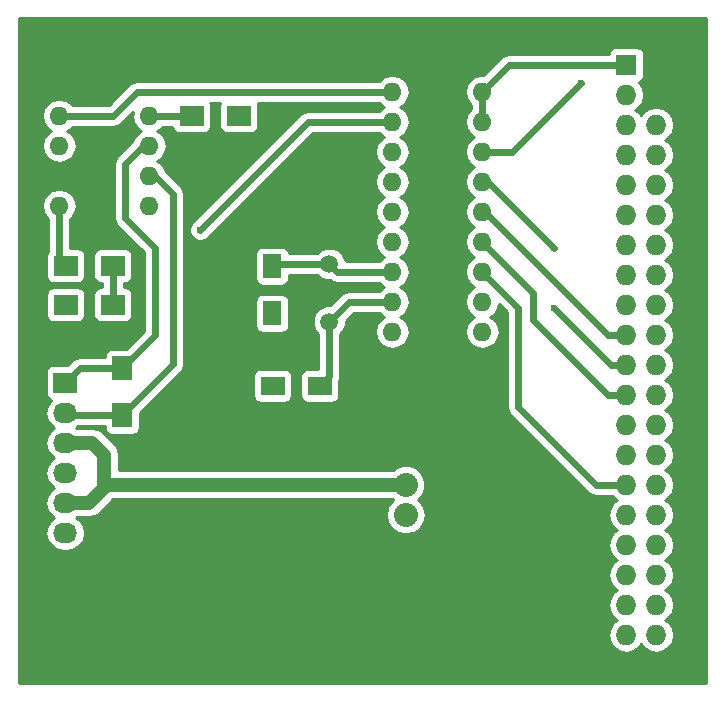
<source format=gbr>
G04 #@! TF.FileFunction,Copper,L1,Top,Signal*
%FSLAX46Y46*%
G04 Gerber Fmt 4.6, Leading zero omitted, Abs format (unit mm)*
G04 Created by KiCad (PCBNEW 4.0.1-3.201512221402+6198~38~ubuntu14.04.1-stable) date Fri 08 Jan 2016 09:21:13 PM CST*
%MOMM*%
G01*
G04 APERTURE LIST*
%ADD10C,0.100000*%
%ADD11R,1.600000X2.000000*%
%ADD12R,2.000000X1.600000*%
%ADD13R,2.032000X1.727200*%
%ADD14O,2.032000X1.727200*%
%ADD15R,1.727200X1.727200*%
%ADD16O,1.727200X1.727200*%
%ADD17R,2.000000X1.700000*%
%ADD18R,1.700000X2.000000*%
%ADD19C,2.032000*%
%ADD20O,2.032000X2.032000*%
%ADD21O,1.600000X1.600000*%
%ADD22C,1.501140*%
%ADD23C,0.600000*%
%ADD24C,0.600000*%
%ADD25C,0.250000*%
%ADD26C,1.200000*%
%ADD27C,0.254000*%
G04 APERTURE END LIST*
D10*
D11*
X144780000Y-118904000D03*
X144780000Y-122904000D03*
D12*
X148812000Y-129032000D03*
X144812000Y-129032000D03*
D13*
X127254000Y-128778000D03*
D14*
X127254000Y-131318000D03*
X127254000Y-133858000D03*
X127254000Y-136398000D03*
X127254000Y-138938000D03*
X127254000Y-141478000D03*
D15*
X174752000Y-101854000D03*
D16*
X177292000Y-101854000D03*
X174752000Y-104394000D03*
X177292000Y-104394000D03*
X174752000Y-106934000D03*
X177292000Y-106934000D03*
X174752000Y-109474000D03*
X177292000Y-109474000D03*
X174752000Y-112014000D03*
X177292000Y-112014000D03*
X174752000Y-114554000D03*
X177292000Y-114554000D03*
X174752000Y-117094000D03*
X177292000Y-117094000D03*
X174752000Y-119634000D03*
X177292000Y-119634000D03*
X174752000Y-122174000D03*
X177292000Y-122174000D03*
X174752000Y-124714000D03*
X177292000Y-124714000D03*
X174752000Y-127254000D03*
X177292000Y-127254000D03*
X174752000Y-129794000D03*
X177292000Y-129794000D03*
X174752000Y-132334000D03*
X177292000Y-132334000D03*
X174752000Y-134874000D03*
X177292000Y-134874000D03*
X174752000Y-137414000D03*
X177292000Y-137414000D03*
X174752000Y-139954000D03*
X177292000Y-139954000D03*
X174752000Y-142494000D03*
X177292000Y-142494000D03*
X174752000Y-145034000D03*
X177292000Y-145034000D03*
X174752000Y-147574000D03*
X177292000Y-147574000D03*
X174752000Y-150114000D03*
X177292000Y-150114000D03*
D17*
X137954000Y-106172000D03*
X141954000Y-106172000D03*
X127286000Y-118872000D03*
X131286000Y-118872000D03*
X131286000Y-122174000D03*
X127286000Y-122174000D03*
D18*
X132080000Y-127540000D03*
X132080000Y-131540000D03*
D19*
X156083000Y-142494000D03*
X156083000Y-137414000D03*
D20*
X156083000Y-139954000D03*
D21*
X126746000Y-106172000D03*
X126746000Y-108712000D03*
X126746000Y-111252000D03*
X126746000Y-113792000D03*
X134366000Y-113792000D03*
X134366000Y-111252000D03*
X134366000Y-108712000D03*
X134366000Y-106172000D03*
X154940000Y-104140000D03*
X154940000Y-106680000D03*
X154940000Y-109220000D03*
X154940000Y-111760000D03*
X154940000Y-114300000D03*
X154940000Y-116840000D03*
X154940000Y-119380000D03*
X154940000Y-121920000D03*
X154940000Y-124460000D03*
X162560000Y-124460000D03*
X162560000Y-121920000D03*
X162560000Y-119380000D03*
X162560000Y-116840000D03*
X162560000Y-114300000D03*
X162560000Y-111760000D03*
X162560000Y-109220000D03*
X162560000Y-106680000D03*
X162560000Y-104140000D03*
D22*
X149606000Y-118717060D03*
X149606000Y-123598940D03*
D23*
X127286000Y-122174000D03*
X144812000Y-129032000D03*
X144780000Y-122904000D03*
X141954000Y-106172000D03*
X168656000Y-117348000D03*
X168656000Y-122428000D03*
X170942000Y-103378000D03*
X131286000Y-118872000D03*
X138684000Y-115824000D03*
D24*
X149606000Y-118717060D02*
X144966940Y-118717060D01*
X144966940Y-118717060D02*
X144780000Y-118904000D01*
X154940000Y-119380000D02*
X150268940Y-119380000D01*
X150268940Y-119380000D02*
X149606000Y-118717060D01*
X149606000Y-123598940D02*
X149606000Y-128238000D01*
X149606000Y-128238000D02*
X148812000Y-129032000D01*
X154940000Y-121920000D02*
X151284940Y-121920000D01*
X151284940Y-121920000D02*
X149606000Y-123598940D01*
X132080000Y-127540000D02*
X128492000Y-127540000D01*
X128492000Y-127540000D02*
X127254000Y-128778000D01*
X134366000Y-108712000D02*
X133858000Y-108712000D01*
X133858000Y-108712000D02*
X132334000Y-110236000D01*
X132334000Y-110236000D02*
X132334000Y-114808000D01*
X132334000Y-114808000D02*
X134874000Y-117348000D01*
X134874000Y-117348000D02*
X134874000Y-124746000D01*
X134874000Y-124746000D02*
X132080000Y-127540000D01*
X127476000Y-131540000D02*
X127254000Y-131318000D01*
X132080000Y-131540000D02*
X127476000Y-131540000D01*
X134366000Y-111252000D02*
X134874000Y-111252000D01*
X134874000Y-111252000D02*
X136398000Y-112776000D01*
X136398000Y-127222000D02*
X132080000Y-131540000D01*
X136398000Y-112776000D02*
X136398000Y-127222000D01*
D25*
X134366000Y-111252000D02*
X134747000Y-111252000D01*
D26*
X156083000Y-137414000D02*
X130556000Y-137414000D01*
X130556000Y-137414000D02*
X130556000Y-137668000D01*
X127254000Y-138938000D02*
X129286000Y-138938000D01*
X129540000Y-133858000D02*
X127254000Y-133858000D01*
X130556000Y-134874000D02*
X129540000Y-133858000D01*
X130556000Y-137668000D02*
X130556000Y-134874000D01*
X129286000Y-138938000D02*
X130556000Y-137668000D01*
D24*
X162560000Y-104140000D02*
X162560000Y-106680000D01*
X174752000Y-101854000D02*
X164846000Y-101854000D01*
X164846000Y-101854000D02*
X162560000Y-104140000D01*
X162560000Y-114300000D02*
X162814000Y-114300000D01*
X162814000Y-114300000D02*
X173228000Y-124714000D01*
X173228000Y-124714000D02*
X174752000Y-124714000D01*
X174752000Y-127254000D02*
X173482000Y-127254000D01*
X168656000Y-117348000D02*
X163068000Y-111760000D01*
X173482000Y-127254000D02*
X168656000Y-122428000D01*
X163068000Y-111760000D02*
X162560000Y-111760000D01*
X174752000Y-129794000D02*
X173228000Y-129794000D01*
X166878000Y-121158000D02*
X162560000Y-116840000D01*
X166878000Y-123444000D02*
X166878000Y-121158000D01*
X173228000Y-129794000D02*
X166878000Y-123444000D01*
X165100000Y-109220000D02*
X170942000Y-103378000D01*
X165100000Y-109220000D02*
X162560000Y-109220000D01*
X174752000Y-137414000D02*
X172212000Y-137414000D01*
X165608000Y-122428000D02*
X162560000Y-119380000D01*
X165608000Y-130810000D02*
X165608000Y-122428000D01*
X172212000Y-137414000D02*
X165608000Y-130810000D01*
X134366000Y-106172000D02*
X137954000Y-106172000D01*
X126746000Y-113792000D02*
X126746000Y-118332000D01*
X126746000Y-118332000D02*
X127286000Y-118872000D01*
X131286000Y-122174000D02*
X131286000Y-118872000D01*
X147828000Y-106680000D02*
X154940000Y-106680000D01*
X138684000Y-115824000D02*
X147828000Y-106680000D01*
X126746000Y-106172000D02*
X131318000Y-106172000D01*
X133350000Y-104140000D02*
X154940000Y-104140000D01*
X131318000Y-106172000D02*
X133350000Y-104140000D01*
D27*
G36*
X181483000Y-154178000D02*
X123317000Y-154178000D01*
X123317000Y-121324000D01*
X125638560Y-121324000D01*
X125638560Y-123024000D01*
X125682838Y-123259317D01*
X125821910Y-123475441D01*
X126034110Y-123620431D01*
X126286000Y-123671440D01*
X128286000Y-123671440D01*
X128521317Y-123627162D01*
X128737441Y-123488090D01*
X128882431Y-123275890D01*
X128933440Y-123024000D01*
X128933440Y-121324000D01*
X128889162Y-121088683D01*
X128750090Y-120872559D01*
X128537890Y-120727569D01*
X128286000Y-120676560D01*
X126286000Y-120676560D01*
X126050683Y-120720838D01*
X125834559Y-120859910D01*
X125689569Y-121072110D01*
X125638560Y-121324000D01*
X123317000Y-121324000D01*
X123317000Y-113792000D01*
X125282887Y-113792000D01*
X125392120Y-114341151D01*
X125703189Y-114806698D01*
X125811000Y-114878735D01*
X125811000Y-117592390D01*
X125689569Y-117770110D01*
X125638560Y-118022000D01*
X125638560Y-119722000D01*
X125682838Y-119957317D01*
X125821910Y-120173441D01*
X126034110Y-120318431D01*
X126286000Y-120369440D01*
X128286000Y-120369440D01*
X128521317Y-120325162D01*
X128737441Y-120186090D01*
X128882431Y-119973890D01*
X128933440Y-119722000D01*
X128933440Y-118022000D01*
X129638560Y-118022000D01*
X129638560Y-119722000D01*
X129682838Y-119957317D01*
X129821910Y-120173441D01*
X130034110Y-120318431D01*
X130286000Y-120369440D01*
X130351000Y-120369440D01*
X130351000Y-120676560D01*
X130286000Y-120676560D01*
X130050683Y-120720838D01*
X129834559Y-120859910D01*
X129689569Y-121072110D01*
X129638560Y-121324000D01*
X129638560Y-123024000D01*
X129682838Y-123259317D01*
X129821910Y-123475441D01*
X130034110Y-123620431D01*
X130286000Y-123671440D01*
X132286000Y-123671440D01*
X132521317Y-123627162D01*
X132737441Y-123488090D01*
X132882431Y-123275890D01*
X132933440Y-123024000D01*
X132933440Y-121324000D01*
X132889162Y-121088683D01*
X132750090Y-120872559D01*
X132537890Y-120727569D01*
X132286000Y-120676560D01*
X132221000Y-120676560D01*
X132221000Y-120369440D01*
X132286000Y-120369440D01*
X132521317Y-120325162D01*
X132737441Y-120186090D01*
X132882431Y-119973890D01*
X132933440Y-119722000D01*
X132933440Y-118022000D01*
X132889162Y-117786683D01*
X132750090Y-117570559D01*
X132537890Y-117425569D01*
X132286000Y-117374560D01*
X130286000Y-117374560D01*
X130050683Y-117418838D01*
X129834559Y-117557910D01*
X129689569Y-117770110D01*
X129638560Y-118022000D01*
X128933440Y-118022000D01*
X128889162Y-117786683D01*
X128750090Y-117570559D01*
X128537890Y-117425569D01*
X128286000Y-117374560D01*
X127681000Y-117374560D01*
X127681000Y-114878735D01*
X127788811Y-114806698D01*
X128099880Y-114341151D01*
X128209113Y-113792000D01*
X128099880Y-113242849D01*
X127788811Y-112777302D01*
X127323264Y-112466233D01*
X126774113Y-112357000D01*
X126717887Y-112357000D01*
X126168736Y-112466233D01*
X125703189Y-112777302D01*
X125392120Y-113242849D01*
X125282887Y-113792000D01*
X123317000Y-113792000D01*
X123317000Y-106172000D01*
X125282887Y-106172000D01*
X125392120Y-106721151D01*
X125703189Y-107186698D01*
X126085275Y-107442000D01*
X125703189Y-107697302D01*
X125392120Y-108162849D01*
X125282887Y-108712000D01*
X125392120Y-109261151D01*
X125703189Y-109726698D01*
X126168736Y-110037767D01*
X126717887Y-110147000D01*
X126774113Y-110147000D01*
X127323264Y-110037767D01*
X127788811Y-109726698D01*
X128099880Y-109261151D01*
X128209113Y-108712000D01*
X128099880Y-108162849D01*
X127788811Y-107697302D01*
X127406725Y-107442000D01*
X127788811Y-107186698D01*
X127842064Y-107107000D01*
X131318000Y-107107000D01*
X131675809Y-107035827D01*
X131979145Y-106833145D01*
X132968091Y-105844199D01*
X132902887Y-106172000D01*
X133012120Y-106721151D01*
X133323189Y-107186698D01*
X133705275Y-107442000D01*
X133323189Y-107697302D01*
X133012120Y-108162849D01*
X132994058Y-108253652D01*
X131672855Y-109574855D01*
X131470173Y-109878191D01*
X131399000Y-110236000D01*
X131399000Y-114808000D01*
X131470173Y-115165809D01*
X131672855Y-115469145D01*
X133939000Y-117735290D01*
X133939000Y-124358710D01*
X132405150Y-125892560D01*
X131230000Y-125892560D01*
X130994683Y-125936838D01*
X130778559Y-126075910D01*
X130633569Y-126288110D01*
X130582560Y-126540000D01*
X130582560Y-126605000D01*
X128492000Y-126605000D01*
X128134191Y-126676173D01*
X127830855Y-126878855D01*
X127442750Y-127266960D01*
X126238000Y-127266960D01*
X126002683Y-127311238D01*
X125786559Y-127450310D01*
X125641569Y-127662510D01*
X125590560Y-127914400D01*
X125590560Y-129641600D01*
X125634838Y-129876917D01*
X125773910Y-130093041D01*
X125986110Y-130238031D01*
X126027439Y-130246400D01*
X126009585Y-130258330D01*
X125684729Y-130744511D01*
X125570655Y-131318000D01*
X125684729Y-131891489D01*
X126009585Y-132377670D01*
X126324366Y-132588000D01*
X126009585Y-132798330D01*
X125684729Y-133284511D01*
X125570655Y-133858000D01*
X125684729Y-134431489D01*
X126009585Y-134917670D01*
X126324366Y-135128000D01*
X126009585Y-135338330D01*
X125684729Y-135824511D01*
X125570655Y-136398000D01*
X125684729Y-136971489D01*
X126009585Y-137457670D01*
X126324366Y-137668000D01*
X126009585Y-137878330D01*
X125684729Y-138364511D01*
X125570655Y-138938000D01*
X125684729Y-139511489D01*
X126009585Y-139997670D01*
X126324366Y-140208000D01*
X126009585Y-140418330D01*
X125684729Y-140904511D01*
X125570655Y-141478000D01*
X125684729Y-142051489D01*
X126009585Y-142537670D01*
X126495766Y-142862526D01*
X127069255Y-142976600D01*
X127438745Y-142976600D01*
X128012234Y-142862526D01*
X128498415Y-142537670D01*
X128823271Y-142051489D01*
X128937345Y-141478000D01*
X128823271Y-140904511D01*
X128498415Y-140418330D01*
X128183634Y-140208000D01*
X128236015Y-140173000D01*
X129286000Y-140173000D01*
X129758614Y-140078991D01*
X130159277Y-139811277D01*
X131321554Y-138649000D01*
X154983014Y-138649000D01*
X155025464Y-138691524D01*
X154883222Y-138786567D01*
X154525330Y-139322190D01*
X154399655Y-139954000D01*
X154525330Y-140585810D01*
X154883222Y-141121433D01*
X155418845Y-141479325D01*
X156050655Y-141605000D01*
X156115345Y-141605000D01*
X156747155Y-141479325D01*
X157282778Y-141121433D01*
X157640670Y-140585810D01*
X157766345Y-139954000D01*
X157640670Y-139322190D01*
X157282778Y-138786567D01*
X157140306Y-138691370D01*
X157481834Y-138350437D01*
X157733713Y-137743845D01*
X157734286Y-137087037D01*
X157483466Y-136480005D01*
X157019437Y-136015166D01*
X156412845Y-135763287D01*
X155756037Y-135762714D01*
X155149005Y-136013534D01*
X154983250Y-136179000D01*
X131791000Y-136179000D01*
X131791000Y-134874000D01*
X131696991Y-134401386D01*
X131429277Y-134000723D01*
X130413277Y-132984723D01*
X130012614Y-132717009D01*
X129540000Y-132623000D01*
X128236015Y-132623000D01*
X128183634Y-132588000D01*
X128352750Y-132475000D01*
X130582560Y-132475000D01*
X130582560Y-132540000D01*
X130626838Y-132775317D01*
X130765910Y-132991441D01*
X130978110Y-133136431D01*
X131230000Y-133187440D01*
X132930000Y-133187440D01*
X133165317Y-133143162D01*
X133381441Y-133004090D01*
X133526431Y-132791890D01*
X133577440Y-132540000D01*
X133577440Y-131364850D01*
X136710290Y-128232000D01*
X143164560Y-128232000D01*
X143164560Y-129832000D01*
X143208838Y-130067317D01*
X143347910Y-130283441D01*
X143560110Y-130428431D01*
X143812000Y-130479440D01*
X145812000Y-130479440D01*
X146047317Y-130435162D01*
X146263441Y-130296090D01*
X146408431Y-130083890D01*
X146459440Y-129832000D01*
X146459440Y-128232000D01*
X146415162Y-127996683D01*
X146276090Y-127780559D01*
X146063890Y-127635569D01*
X145812000Y-127584560D01*
X143812000Y-127584560D01*
X143576683Y-127628838D01*
X143360559Y-127767910D01*
X143215569Y-127980110D01*
X143164560Y-128232000D01*
X136710290Y-128232000D01*
X137059145Y-127883145D01*
X137261827Y-127579809D01*
X137333000Y-127222000D01*
X137333000Y-121904000D01*
X143332560Y-121904000D01*
X143332560Y-123904000D01*
X143376838Y-124139317D01*
X143515910Y-124355441D01*
X143728110Y-124500431D01*
X143980000Y-124551440D01*
X145580000Y-124551440D01*
X145815317Y-124507162D01*
X146031441Y-124368090D01*
X146176431Y-124155890D01*
X146227440Y-123904000D01*
X146227440Y-121904000D01*
X146183162Y-121668683D01*
X146044090Y-121452559D01*
X145831890Y-121307569D01*
X145580000Y-121256560D01*
X143980000Y-121256560D01*
X143744683Y-121300838D01*
X143528559Y-121439910D01*
X143383569Y-121652110D01*
X143332560Y-121904000D01*
X137333000Y-121904000D01*
X137333000Y-112776000D01*
X137261827Y-112418191D01*
X137059145Y-112114855D01*
X135737942Y-110793652D01*
X135719880Y-110702849D01*
X135408811Y-110237302D01*
X135026725Y-109982000D01*
X135408811Y-109726698D01*
X135719880Y-109261151D01*
X135829113Y-108712000D01*
X135719880Y-108162849D01*
X135408811Y-107697302D01*
X135026725Y-107442000D01*
X135408811Y-107186698D01*
X135462064Y-107107000D01*
X136322554Y-107107000D01*
X136350838Y-107257317D01*
X136489910Y-107473441D01*
X136702110Y-107618431D01*
X136954000Y-107669440D01*
X138954000Y-107669440D01*
X139189317Y-107625162D01*
X139405441Y-107486090D01*
X139550431Y-107273890D01*
X139601440Y-107022000D01*
X139601440Y-105322000D01*
X139557162Y-105086683D01*
X139549644Y-105075000D01*
X140356579Y-105075000D01*
X140306560Y-105322000D01*
X140306560Y-107022000D01*
X140350838Y-107257317D01*
X140489910Y-107473441D01*
X140702110Y-107618431D01*
X140954000Y-107669440D01*
X142954000Y-107669440D01*
X143189317Y-107625162D01*
X143405441Y-107486090D01*
X143550431Y-107273890D01*
X143601440Y-107022000D01*
X143601440Y-105322000D01*
X143557162Y-105086683D01*
X143549644Y-105075000D01*
X153843936Y-105075000D01*
X153897189Y-105154698D01*
X154279275Y-105410000D01*
X153897189Y-105665302D01*
X153843936Y-105745000D01*
X147828000Y-105745000D01*
X147470191Y-105816173D01*
X147166855Y-106018855D01*
X138023146Y-115162564D01*
X137891808Y-115293673D01*
X137749162Y-115637201D01*
X137748838Y-116009167D01*
X137890883Y-116352943D01*
X138153673Y-116616192D01*
X138497201Y-116758838D01*
X138869167Y-116759162D01*
X139212943Y-116617117D01*
X139476192Y-116354327D01*
X139476355Y-116353935D01*
X148215290Y-107615000D01*
X153843936Y-107615000D01*
X153897189Y-107694698D01*
X154279275Y-107950000D01*
X153897189Y-108205302D01*
X153586120Y-108670849D01*
X153476887Y-109220000D01*
X153586120Y-109769151D01*
X153897189Y-110234698D01*
X154279275Y-110490000D01*
X153897189Y-110745302D01*
X153586120Y-111210849D01*
X153476887Y-111760000D01*
X153586120Y-112309151D01*
X153897189Y-112774698D01*
X154279275Y-113030000D01*
X153897189Y-113285302D01*
X153586120Y-113750849D01*
X153476887Y-114300000D01*
X153586120Y-114849151D01*
X153897189Y-115314698D01*
X154279275Y-115570000D01*
X153897189Y-115825302D01*
X153586120Y-116290849D01*
X153476887Y-116840000D01*
X153586120Y-117389151D01*
X153897189Y-117854698D01*
X154279275Y-118110000D01*
X153897189Y-118365302D01*
X153843936Y-118445000D01*
X150991808Y-118445000D01*
X150991810Y-118442662D01*
X150781314Y-117933223D01*
X150391887Y-117543116D01*
X149882816Y-117331731D01*
X149331602Y-117331250D01*
X148822163Y-117541746D01*
X148581429Y-117782060D01*
X146204495Y-117782060D01*
X146183162Y-117668683D01*
X146044090Y-117452559D01*
X145831890Y-117307569D01*
X145580000Y-117256560D01*
X143980000Y-117256560D01*
X143744683Y-117300838D01*
X143528559Y-117439910D01*
X143383569Y-117652110D01*
X143332560Y-117904000D01*
X143332560Y-119904000D01*
X143376838Y-120139317D01*
X143515910Y-120355441D01*
X143728110Y-120500431D01*
X143980000Y-120551440D01*
X145580000Y-120551440D01*
X145815317Y-120507162D01*
X146031441Y-120368090D01*
X146176431Y-120155890D01*
X146227440Y-119904000D01*
X146227440Y-119652060D01*
X148581586Y-119652060D01*
X148820113Y-119891004D01*
X149329184Y-120102389D01*
X149699938Y-120102713D01*
X149911131Y-120243827D01*
X150268940Y-120315000D01*
X153843936Y-120315000D01*
X153897189Y-120394698D01*
X154279275Y-120650000D01*
X153897189Y-120905302D01*
X153843936Y-120985000D01*
X151284940Y-120985000D01*
X150927131Y-121056173D01*
X150623795Y-121258855D01*
X149669225Y-122213425D01*
X149331602Y-122213130D01*
X148822163Y-122423626D01*
X148432056Y-122813053D01*
X148220671Y-123322124D01*
X148220190Y-123873338D01*
X148430686Y-124382777D01*
X148671000Y-124623511D01*
X148671000Y-127584560D01*
X147812000Y-127584560D01*
X147576683Y-127628838D01*
X147360559Y-127767910D01*
X147215569Y-127980110D01*
X147164560Y-128232000D01*
X147164560Y-129832000D01*
X147208838Y-130067317D01*
X147347910Y-130283441D01*
X147560110Y-130428431D01*
X147812000Y-130479440D01*
X149812000Y-130479440D01*
X150047317Y-130435162D01*
X150263441Y-130296090D01*
X150408431Y-130083890D01*
X150459440Y-129832000D01*
X150459440Y-128611354D01*
X150469827Y-128595809D01*
X150508015Y-128403827D01*
X150541001Y-128238000D01*
X150541000Y-128237995D01*
X150541000Y-124623354D01*
X150779944Y-124384827D01*
X150991329Y-123875756D01*
X150991626Y-123535604D01*
X151672230Y-122855000D01*
X153843936Y-122855000D01*
X153897189Y-122934698D01*
X154279275Y-123190000D01*
X153897189Y-123445302D01*
X153586120Y-123910849D01*
X153476887Y-124460000D01*
X153586120Y-125009151D01*
X153897189Y-125474698D01*
X154362736Y-125785767D01*
X154911887Y-125895000D01*
X154968113Y-125895000D01*
X155517264Y-125785767D01*
X155982811Y-125474698D01*
X156293880Y-125009151D01*
X156403113Y-124460000D01*
X156293880Y-123910849D01*
X155982811Y-123445302D01*
X155600725Y-123190000D01*
X155982811Y-122934698D01*
X156293880Y-122469151D01*
X156403113Y-121920000D01*
X156293880Y-121370849D01*
X155982811Y-120905302D01*
X155600725Y-120650000D01*
X155982811Y-120394698D01*
X156293880Y-119929151D01*
X156403113Y-119380000D01*
X156293880Y-118830849D01*
X155982811Y-118365302D01*
X155600725Y-118110000D01*
X155982811Y-117854698D01*
X156293880Y-117389151D01*
X156403113Y-116840000D01*
X156293880Y-116290849D01*
X155982811Y-115825302D01*
X155600725Y-115570000D01*
X155982811Y-115314698D01*
X156293880Y-114849151D01*
X156403113Y-114300000D01*
X156293880Y-113750849D01*
X155982811Y-113285302D01*
X155600725Y-113030000D01*
X155982811Y-112774698D01*
X156293880Y-112309151D01*
X156403113Y-111760000D01*
X156293880Y-111210849D01*
X155982811Y-110745302D01*
X155600725Y-110490000D01*
X155982811Y-110234698D01*
X156293880Y-109769151D01*
X156403113Y-109220000D01*
X156293880Y-108670849D01*
X155982811Y-108205302D01*
X155600725Y-107950000D01*
X155982811Y-107694698D01*
X156293880Y-107229151D01*
X156403113Y-106680000D01*
X156293880Y-106130849D01*
X155982811Y-105665302D01*
X155600725Y-105410000D01*
X155982811Y-105154698D01*
X156293880Y-104689151D01*
X156403113Y-104140000D01*
X161096887Y-104140000D01*
X161206120Y-104689151D01*
X161517189Y-105154698D01*
X161625000Y-105226735D01*
X161625000Y-105593265D01*
X161517189Y-105665302D01*
X161206120Y-106130849D01*
X161096887Y-106680000D01*
X161206120Y-107229151D01*
X161517189Y-107694698D01*
X161899275Y-107950000D01*
X161517189Y-108205302D01*
X161206120Y-108670849D01*
X161096887Y-109220000D01*
X161206120Y-109769151D01*
X161517189Y-110234698D01*
X161899275Y-110490000D01*
X161517189Y-110745302D01*
X161206120Y-111210849D01*
X161096887Y-111760000D01*
X161206120Y-112309151D01*
X161517189Y-112774698D01*
X161899275Y-113030000D01*
X161517189Y-113285302D01*
X161206120Y-113750849D01*
X161096887Y-114300000D01*
X161206120Y-114849151D01*
X161517189Y-115314698D01*
X161899275Y-115570000D01*
X161517189Y-115825302D01*
X161206120Y-116290849D01*
X161096887Y-116840000D01*
X161206120Y-117389151D01*
X161517189Y-117854698D01*
X161899275Y-118110000D01*
X161517189Y-118365302D01*
X161206120Y-118830849D01*
X161096887Y-119380000D01*
X161206120Y-119929151D01*
X161517189Y-120394698D01*
X161899275Y-120650000D01*
X161517189Y-120905302D01*
X161206120Y-121370849D01*
X161096887Y-121920000D01*
X161206120Y-122469151D01*
X161517189Y-122934698D01*
X161899275Y-123190000D01*
X161517189Y-123445302D01*
X161206120Y-123910849D01*
X161096887Y-124460000D01*
X161206120Y-125009151D01*
X161517189Y-125474698D01*
X161982736Y-125785767D01*
X162531887Y-125895000D01*
X162588113Y-125895000D01*
X163137264Y-125785767D01*
X163602811Y-125474698D01*
X163913880Y-125009151D01*
X164023113Y-124460000D01*
X163913880Y-123910849D01*
X163602811Y-123445302D01*
X163220725Y-123190000D01*
X163602811Y-122934698D01*
X163913880Y-122469151D01*
X163982398Y-122124688D01*
X164673000Y-122815290D01*
X164673000Y-130810000D01*
X164744173Y-131167809D01*
X164946855Y-131471145D01*
X171550855Y-138075145D01*
X171854191Y-138277827D01*
X172212000Y-138349000D01*
X173579669Y-138349000D01*
X173662971Y-138473670D01*
X173977752Y-138684000D01*
X173662971Y-138894330D01*
X173338115Y-139380511D01*
X173224041Y-139954000D01*
X173338115Y-140527489D01*
X173662971Y-141013670D01*
X173977752Y-141224000D01*
X173662971Y-141434330D01*
X173338115Y-141920511D01*
X173224041Y-142494000D01*
X173338115Y-143067489D01*
X173662971Y-143553670D01*
X173977752Y-143764000D01*
X173662971Y-143974330D01*
X173338115Y-144460511D01*
X173224041Y-145034000D01*
X173338115Y-145607489D01*
X173662971Y-146093670D01*
X173977752Y-146304000D01*
X173662971Y-146514330D01*
X173338115Y-147000511D01*
X173224041Y-147574000D01*
X173338115Y-148147489D01*
X173662971Y-148633670D01*
X173977752Y-148844000D01*
X173662971Y-149054330D01*
X173338115Y-149540511D01*
X173224041Y-150114000D01*
X173338115Y-150687489D01*
X173662971Y-151173670D01*
X174149152Y-151498526D01*
X174722641Y-151612600D01*
X174781359Y-151612600D01*
X175354848Y-151498526D01*
X175841029Y-151173670D01*
X176022000Y-150902828D01*
X176202971Y-151173670D01*
X176689152Y-151498526D01*
X177262641Y-151612600D01*
X177321359Y-151612600D01*
X177894848Y-151498526D01*
X178381029Y-151173670D01*
X178705885Y-150687489D01*
X178819959Y-150114000D01*
X178705885Y-149540511D01*
X178381029Y-149054330D01*
X178066248Y-148844000D01*
X178381029Y-148633670D01*
X178705885Y-148147489D01*
X178819959Y-147574000D01*
X178705885Y-147000511D01*
X178381029Y-146514330D01*
X178066248Y-146304000D01*
X178381029Y-146093670D01*
X178705885Y-145607489D01*
X178819959Y-145034000D01*
X178705885Y-144460511D01*
X178381029Y-143974330D01*
X178066248Y-143764000D01*
X178381029Y-143553670D01*
X178705885Y-143067489D01*
X178819959Y-142494000D01*
X178705885Y-141920511D01*
X178381029Y-141434330D01*
X178066248Y-141224000D01*
X178381029Y-141013670D01*
X178705885Y-140527489D01*
X178819959Y-139954000D01*
X178705885Y-139380511D01*
X178381029Y-138894330D01*
X178066248Y-138684000D01*
X178381029Y-138473670D01*
X178705885Y-137987489D01*
X178819959Y-137414000D01*
X178705885Y-136840511D01*
X178381029Y-136354330D01*
X178066248Y-136144000D01*
X178381029Y-135933670D01*
X178705885Y-135447489D01*
X178819959Y-134874000D01*
X178705885Y-134300511D01*
X178381029Y-133814330D01*
X178066248Y-133604000D01*
X178381029Y-133393670D01*
X178705885Y-132907489D01*
X178819959Y-132334000D01*
X178705885Y-131760511D01*
X178381029Y-131274330D01*
X178066248Y-131064000D01*
X178381029Y-130853670D01*
X178705885Y-130367489D01*
X178819959Y-129794000D01*
X178705885Y-129220511D01*
X178381029Y-128734330D01*
X178066248Y-128524000D01*
X178381029Y-128313670D01*
X178705885Y-127827489D01*
X178819959Y-127254000D01*
X178705885Y-126680511D01*
X178381029Y-126194330D01*
X178066248Y-125984000D01*
X178381029Y-125773670D01*
X178705885Y-125287489D01*
X178819959Y-124714000D01*
X178705885Y-124140511D01*
X178381029Y-123654330D01*
X178066248Y-123444000D01*
X178381029Y-123233670D01*
X178705885Y-122747489D01*
X178819959Y-122174000D01*
X178705885Y-121600511D01*
X178381029Y-121114330D01*
X178066248Y-120904000D01*
X178381029Y-120693670D01*
X178705885Y-120207489D01*
X178819959Y-119634000D01*
X178705885Y-119060511D01*
X178381029Y-118574330D01*
X178066248Y-118364000D01*
X178381029Y-118153670D01*
X178705885Y-117667489D01*
X178819959Y-117094000D01*
X178705885Y-116520511D01*
X178381029Y-116034330D01*
X178066248Y-115824000D01*
X178381029Y-115613670D01*
X178705885Y-115127489D01*
X178819959Y-114554000D01*
X178705885Y-113980511D01*
X178381029Y-113494330D01*
X178066248Y-113284000D01*
X178381029Y-113073670D01*
X178705885Y-112587489D01*
X178819959Y-112014000D01*
X178705885Y-111440511D01*
X178381029Y-110954330D01*
X178066248Y-110744000D01*
X178381029Y-110533670D01*
X178705885Y-110047489D01*
X178819959Y-109474000D01*
X178705885Y-108900511D01*
X178381029Y-108414330D01*
X178066248Y-108204000D01*
X178381029Y-107993670D01*
X178705885Y-107507489D01*
X178819959Y-106934000D01*
X178705885Y-106360511D01*
X178381029Y-105874330D01*
X177894848Y-105549474D01*
X177321359Y-105435400D01*
X177262641Y-105435400D01*
X176689152Y-105549474D01*
X176202971Y-105874330D01*
X176022000Y-106145172D01*
X175841029Y-105874330D01*
X175526248Y-105664000D01*
X175841029Y-105453670D01*
X176165885Y-104967489D01*
X176279959Y-104394000D01*
X176165885Y-103820511D01*
X175841029Y-103334330D01*
X175827358Y-103325195D01*
X175850917Y-103320762D01*
X176067041Y-103181690D01*
X176212031Y-102969490D01*
X176263040Y-102717600D01*
X176263040Y-100990400D01*
X176218762Y-100755083D01*
X176079690Y-100538959D01*
X175867490Y-100393969D01*
X175615600Y-100342960D01*
X173888400Y-100342960D01*
X173653083Y-100387238D01*
X173436959Y-100526310D01*
X173291969Y-100738510D01*
X173255419Y-100919000D01*
X164846000Y-100919000D01*
X164488191Y-100990173D01*
X164184855Y-101192855D01*
X162658674Y-102719036D01*
X162588113Y-102705000D01*
X162531887Y-102705000D01*
X161982736Y-102814233D01*
X161517189Y-103125302D01*
X161206120Y-103590849D01*
X161096887Y-104140000D01*
X156403113Y-104140000D01*
X156293880Y-103590849D01*
X155982811Y-103125302D01*
X155517264Y-102814233D01*
X154968113Y-102705000D01*
X154911887Y-102705000D01*
X154362736Y-102814233D01*
X153897189Y-103125302D01*
X153843936Y-103205000D01*
X133350000Y-103205000D01*
X132992191Y-103276173D01*
X132688855Y-103478855D01*
X130930710Y-105237000D01*
X127842064Y-105237000D01*
X127788811Y-105157302D01*
X127323264Y-104846233D01*
X126774113Y-104737000D01*
X126717887Y-104737000D01*
X126168736Y-104846233D01*
X125703189Y-105157302D01*
X125392120Y-105622849D01*
X125282887Y-106172000D01*
X123317000Y-106172000D01*
X123317000Y-97917000D01*
X181483000Y-97917000D01*
X181483000Y-154178000D01*
X181483000Y-154178000D01*
G37*
X181483000Y-154178000D02*
X123317000Y-154178000D01*
X123317000Y-121324000D01*
X125638560Y-121324000D01*
X125638560Y-123024000D01*
X125682838Y-123259317D01*
X125821910Y-123475441D01*
X126034110Y-123620431D01*
X126286000Y-123671440D01*
X128286000Y-123671440D01*
X128521317Y-123627162D01*
X128737441Y-123488090D01*
X128882431Y-123275890D01*
X128933440Y-123024000D01*
X128933440Y-121324000D01*
X128889162Y-121088683D01*
X128750090Y-120872559D01*
X128537890Y-120727569D01*
X128286000Y-120676560D01*
X126286000Y-120676560D01*
X126050683Y-120720838D01*
X125834559Y-120859910D01*
X125689569Y-121072110D01*
X125638560Y-121324000D01*
X123317000Y-121324000D01*
X123317000Y-113792000D01*
X125282887Y-113792000D01*
X125392120Y-114341151D01*
X125703189Y-114806698D01*
X125811000Y-114878735D01*
X125811000Y-117592390D01*
X125689569Y-117770110D01*
X125638560Y-118022000D01*
X125638560Y-119722000D01*
X125682838Y-119957317D01*
X125821910Y-120173441D01*
X126034110Y-120318431D01*
X126286000Y-120369440D01*
X128286000Y-120369440D01*
X128521317Y-120325162D01*
X128737441Y-120186090D01*
X128882431Y-119973890D01*
X128933440Y-119722000D01*
X128933440Y-118022000D01*
X129638560Y-118022000D01*
X129638560Y-119722000D01*
X129682838Y-119957317D01*
X129821910Y-120173441D01*
X130034110Y-120318431D01*
X130286000Y-120369440D01*
X130351000Y-120369440D01*
X130351000Y-120676560D01*
X130286000Y-120676560D01*
X130050683Y-120720838D01*
X129834559Y-120859910D01*
X129689569Y-121072110D01*
X129638560Y-121324000D01*
X129638560Y-123024000D01*
X129682838Y-123259317D01*
X129821910Y-123475441D01*
X130034110Y-123620431D01*
X130286000Y-123671440D01*
X132286000Y-123671440D01*
X132521317Y-123627162D01*
X132737441Y-123488090D01*
X132882431Y-123275890D01*
X132933440Y-123024000D01*
X132933440Y-121324000D01*
X132889162Y-121088683D01*
X132750090Y-120872559D01*
X132537890Y-120727569D01*
X132286000Y-120676560D01*
X132221000Y-120676560D01*
X132221000Y-120369440D01*
X132286000Y-120369440D01*
X132521317Y-120325162D01*
X132737441Y-120186090D01*
X132882431Y-119973890D01*
X132933440Y-119722000D01*
X132933440Y-118022000D01*
X132889162Y-117786683D01*
X132750090Y-117570559D01*
X132537890Y-117425569D01*
X132286000Y-117374560D01*
X130286000Y-117374560D01*
X130050683Y-117418838D01*
X129834559Y-117557910D01*
X129689569Y-117770110D01*
X129638560Y-118022000D01*
X128933440Y-118022000D01*
X128889162Y-117786683D01*
X128750090Y-117570559D01*
X128537890Y-117425569D01*
X128286000Y-117374560D01*
X127681000Y-117374560D01*
X127681000Y-114878735D01*
X127788811Y-114806698D01*
X128099880Y-114341151D01*
X128209113Y-113792000D01*
X128099880Y-113242849D01*
X127788811Y-112777302D01*
X127323264Y-112466233D01*
X126774113Y-112357000D01*
X126717887Y-112357000D01*
X126168736Y-112466233D01*
X125703189Y-112777302D01*
X125392120Y-113242849D01*
X125282887Y-113792000D01*
X123317000Y-113792000D01*
X123317000Y-106172000D01*
X125282887Y-106172000D01*
X125392120Y-106721151D01*
X125703189Y-107186698D01*
X126085275Y-107442000D01*
X125703189Y-107697302D01*
X125392120Y-108162849D01*
X125282887Y-108712000D01*
X125392120Y-109261151D01*
X125703189Y-109726698D01*
X126168736Y-110037767D01*
X126717887Y-110147000D01*
X126774113Y-110147000D01*
X127323264Y-110037767D01*
X127788811Y-109726698D01*
X128099880Y-109261151D01*
X128209113Y-108712000D01*
X128099880Y-108162849D01*
X127788811Y-107697302D01*
X127406725Y-107442000D01*
X127788811Y-107186698D01*
X127842064Y-107107000D01*
X131318000Y-107107000D01*
X131675809Y-107035827D01*
X131979145Y-106833145D01*
X132968091Y-105844199D01*
X132902887Y-106172000D01*
X133012120Y-106721151D01*
X133323189Y-107186698D01*
X133705275Y-107442000D01*
X133323189Y-107697302D01*
X133012120Y-108162849D01*
X132994058Y-108253652D01*
X131672855Y-109574855D01*
X131470173Y-109878191D01*
X131399000Y-110236000D01*
X131399000Y-114808000D01*
X131470173Y-115165809D01*
X131672855Y-115469145D01*
X133939000Y-117735290D01*
X133939000Y-124358710D01*
X132405150Y-125892560D01*
X131230000Y-125892560D01*
X130994683Y-125936838D01*
X130778559Y-126075910D01*
X130633569Y-126288110D01*
X130582560Y-126540000D01*
X130582560Y-126605000D01*
X128492000Y-126605000D01*
X128134191Y-126676173D01*
X127830855Y-126878855D01*
X127442750Y-127266960D01*
X126238000Y-127266960D01*
X126002683Y-127311238D01*
X125786559Y-127450310D01*
X125641569Y-127662510D01*
X125590560Y-127914400D01*
X125590560Y-129641600D01*
X125634838Y-129876917D01*
X125773910Y-130093041D01*
X125986110Y-130238031D01*
X126027439Y-130246400D01*
X126009585Y-130258330D01*
X125684729Y-130744511D01*
X125570655Y-131318000D01*
X125684729Y-131891489D01*
X126009585Y-132377670D01*
X126324366Y-132588000D01*
X126009585Y-132798330D01*
X125684729Y-133284511D01*
X125570655Y-133858000D01*
X125684729Y-134431489D01*
X126009585Y-134917670D01*
X126324366Y-135128000D01*
X126009585Y-135338330D01*
X125684729Y-135824511D01*
X125570655Y-136398000D01*
X125684729Y-136971489D01*
X126009585Y-137457670D01*
X126324366Y-137668000D01*
X126009585Y-137878330D01*
X125684729Y-138364511D01*
X125570655Y-138938000D01*
X125684729Y-139511489D01*
X126009585Y-139997670D01*
X126324366Y-140208000D01*
X126009585Y-140418330D01*
X125684729Y-140904511D01*
X125570655Y-141478000D01*
X125684729Y-142051489D01*
X126009585Y-142537670D01*
X126495766Y-142862526D01*
X127069255Y-142976600D01*
X127438745Y-142976600D01*
X128012234Y-142862526D01*
X128498415Y-142537670D01*
X128823271Y-142051489D01*
X128937345Y-141478000D01*
X128823271Y-140904511D01*
X128498415Y-140418330D01*
X128183634Y-140208000D01*
X128236015Y-140173000D01*
X129286000Y-140173000D01*
X129758614Y-140078991D01*
X130159277Y-139811277D01*
X131321554Y-138649000D01*
X154983014Y-138649000D01*
X155025464Y-138691524D01*
X154883222Y-138786567D01*
X154525330Y-139322190D01*
X154399655Y-139954000D01*
X154525330Y-140585810D01*
X154883222Y-141121433D01*
X155418845Y-141479325D01*
X156050655Y-141605000D01*
X156115345Y-141605000D01*
X156747155Y-141479325D01*
X157282778Y-141121433D01*
X157640670Y-140585810D01*
X157766345Y-139954000D01*
X157640670Y-139322190D01*
X157282778Y-138786567D01*
X157140306Y-138691370D01*
X157481834Y-138350437D01*
X157733713Y-137743845D01*
X157734286Y-137087037D01*
X157483466Y-136480005D01*
X157019437Y-136015166D01*
X156412845Y-135763287D01*
X155756037Y-135762714D01*
X155149005Y-136013534D01*
X154983250Y-136179000D01*
X131791000Y-136179000D01*
X131791000Y-134874000D01*
X131696991Y-134401386D01*
X131429277Y-134000723D01*
X130413277Y-132984723D01*
X130012614Y-132717009D01*
X129540000Y-132623000D01*
X128236015Y-132623000D01*
X128183634Y-132588000D01*
X128352750Y-132475000D01*
X130582560Y-132475000D01*
X130582560Y-132540000D01*
X130626838Y-132775317D01*
X130765910Y-132991441D01*
X130978110Y-133136431D01*
X131230000Y-133187440D01*
X132930000Y-133187440D01*
X133165317Y-133143162D01*
X133381441Y-133004090D01*
X133526431Y-132791890D01*
X133577440Y-132540000D01*
X133577440Y-131364850D01*
X136710290Y-128232000D01*
X143164560Y-128232000D01*
X143164560Y-129832000D01*
X143208838Y-130067317D01*
X143347910Y-130283441D01*
X143560110Y-130428431D01*
X143812000Y-130479440D01*
X145812000Y-130479440D01*
X146047317Y-130435162D01*
X146263441Y-130296090D01*
X146408431Y-130083890D01*
X146459440Y-129832000D01*
X146459440Y-128232000D01*
X146415162Y-127996683D01*
X146276090Y-127780559D01*
X146063890Y-127635569D01*
X145812000Y-127584560D01*
X143812000Y-127584560D01*
X143576683Y-127628838D01*
X143360559Y-127767910D01*
X143215569Y-127980110D01*
X143164560Y-128232000D01*
X136710290Y-128232000D01*
X137059145Y-127883145D01*
X137261827Y-127579809D01*
X137333000Y-127222000D01*
X137333000Y-121904000D01*
X143332560Y-121904000D01*
X143332560Y-123904000D01*
X143376838Y-124139317D01*
X143515910Y-124355441D01*
X143728110Y-124500431D01*
X143980000Y-124551440D01*
X145580000Y-124551440D01*
X145815317Y-124507162D01*
X146031441Y-124368090D01*
X146176431Y-124155890D01*
X146227440Y-123904000D01*
X146227440Y-121904000D01*
X146183162Y-121668683D01*
X146044090Y-121452559D01*
X145831890Y-121307569D01*
X145580000Y-121256560D01*
X143980000Y-121256560D01*
X143744683Y-121300838D01*
X143528559Y-121439910D01*
X143383569Y-121652110D01*
X143332560Y-121904000D01*
X137333000Y-121904000D01*
X137333000Y-112776000D01*
X137261827Y-112418191D01*
X137059145Y-112114855D01*
X135737942Y-110793652D01*
X135719880Y-110702849D01*
X135408811Y-110237302D01*
X135026725Y-109982000D01*
X135408811Y-109726698D01*
X135719880Y-109261151D01*
X135829113Y-108712000D01*
X135719880Y-108162849D01*
X135408811Y-107697302D01*
X135026725Y-107442000D01*
X135408811Y-107186698D01*
X135462064Y-107107000D01*
X136322554Y-107107000D01*
X136350838Y-107257317D01*
X136489910Y-107473441D01*
X136702110Y-107618431D01*
X136954000Y-107669440D01*
X138954000Y-107669440D01*
X139189317Y-107625162D01*
X139405441Y-107486090D01*
X139550431Y-107273890D01*
X139601440Y-107022000D01*
X139601440Y-105322000D01*
X139557162Y-105086683D01*
X139549644Y-105075000D01*
X140356579Y-105075000D01*
X140306560Y-105322000D01*
X140306560Y-107022000D01*
X140350838Y-107257317D01*
X140489910Y-107473441D01*
X140702110Y-107618431D01*
X140954000Y-107669440D01*
X142954000Y-107669440D01*
X143189317Y-107625162D01*
X143405441Y-107486090D01*
X143550431Y-107273890D01*
X143601440Y-107022000D01*
X143601440Y-105322000D01*
X143557162Y-105086683D01*
X143549644Y-105075000D01*
X153843936Y-105075000D01*
X153897189Y-105154698D01*
X154279275Y-105410000D01*
X153897189Y-105665302D01*
X153843936Y-105745000D01*
X147828000Y-105745000D01*
X147470191Y-105816173D01*
X147166855Y-106018855D01*
X138023146Y-115162564D01*
X137891808Y-115293673D01*
X137749162Y-115637201D01*
X137748838Y-116009167D01*
X137890883Y-116352943D01*
X138153673Y-116616192D01*
X138497201Y-116758838D01*
X138869167Y-116759162D01*
X139212943Y-116617117D01*
X139476192Y-116354327D01*
X139476355Y-116353935D01*
X148215290Y-107615000D01*
X153843936Y-107615000D01*
X153897189Y-107694698D01*
X154279275Y-107950000D01*
X153897189Y-108205302D01*
X153586120Y-108670849D01*
X153476887Y-109220000D01*
X153586120Y-109769151D01*
X153897189Y-110234698D01*
X154279275Y-110490000D01*
X153897189Y-110745302D01*
X153586120Y-111210849D01*
X153476887Y-111760000D01*
X153586120Y-112309151D01*
X153897189Y-112774698D01*
X154279275Y-113030000D01*
X153897189Y-113285302D01*
X153586120Y-113750849D01*
X153476887Y-114300000D01*
X153586120Y-114849151D01*
X153897189Y-115314698D01*
X154279275Y-115570000D01*
X153897189Y-115825302D01*
X153586120Y-116290849D01*
X153476887Y-116840000D01*
X153586120Y-117389151D01*
X153897189Y-117854698D01*
X154279275Y-118110000D01*
X153897189Y-118365302D01*
X153843936Y-118445000D01*
X150991808Y-118445000D01*
X150991810Y-118442662D01*
X150781314Y-117933223D01*
X150391887Y-117543116D01*
X149882816Y-117331731D01*
X149331602Y-117331250D01*
X148822163Y-117541746D01*
X148581429Y-117782060D01*
X146204495Y-117782060D01*
X146183162Y-117668683D01*
X146044090Y-117452559D01*
X145831890Y-117307569D01*
X145580000Y-117256560D01*
X143980000Y-117256560D01*
X143744683Y-117300838D01*
X143528559Y-117439910D01*
X143383569Y-117652110D01*
X143332560Y-117904000D01*
X143332560Y-119904000D01*
X143376838Y-120139317D01*
X143515910Y-120355441D01*
X143728110Y-120500431D01*
X143980000Y-120551440D01*
X145580000Y-120551440D01*
X145815317Y-120507162D01*
X146031441Y-120368090D01*
X146176431Y-120155890D01*
X146227440Y-119904000D01*
X146227440Y-119652060D01*
X148581586Y-119652060D01*
X148820113Y-119891004D01*
X149329184Y-120102389D01*
X149699938Y-120102713D01*
X149911131Y-120243827D01*
X150268940Y-120315000D01*
X153843936Y-120315000D01*
X153897189Y-120394698D01*
X154279275Y-120650000D01*
X153897189Y-120905302D01*
X153843936Y-120985000D01*
X151284940Y-120985000D01*
X150927131Y-121056173D01*
X150623795Y-121258855D01*
X149669225Y-122213425D01*
X149331602Y-122213130D01*
X148822163Y-122423626D01*
X148432056Y-122813053D01*
X148220671Y-123322124D01*
X148220190Y-123873338D01*
X148430686Y-124382777D01*
X148671000Y-124623511D01*
X148671000Y-127584560D01*
X147812000Y-127584560D01*
X147576683Y-127628838D01*
X147360559Y-127767910D01*
X147215569Y-127980110D01*
X147164560Y-128232000D01*
X147164560Y-129832000D01*
X147208838Y-130067317D01*
X147347910Y-130283441D01*
X147560110Y-130428431D01*
X147812000Y-130479440D01*
X149812000Y-130479440D01*
X150047317Y-130435162D01*
X150263441Y-130296090D01*
X150408431Y-130083890D01*
X150459440Y-129832000D01*
X150459440Y-128611354D01*
X150469827Y-128595809D01*
X150508015Y-128403827D01*
X150541001Y-128238000D01*
X150541000Y-128237995D01*
X150541000Y-124623354D01*
X150779944Y-124384827D01*
X150991329Y-123875756D01*
X150991626Y-123535604D01*
X151672230Y-122855000D01*
X153843936Y-122855000D01*
X153897189Y-122934698D01*
X154279275Y-123190000D01*
X153897189Y-123445302D01*
X153586120Y-123910849D01*
X153476887Y-124460000D01*
X153586120Y-125009151D01*
X153897189Y-125474698D01*
X154362736Y-125785767D01*
X154911887Y-125895000D01*
X154968113Y-125895000D01*
X155517264Y-125785767D01*
X155982811Y-125474698D01*
X156293880Y-125009151D01*
X156403113Y-124460000D01*
X156293880Y-123910849D01*
X155982811Y-123445302D01*
X155600725Y-123190000D01*
X155982811Y-122934698D01*
X156293880Y-122469151D01*
X156403113Y-121920000D01*
X156293880Y-121370849D01*
X155982811Y-120905302D01*
X155600725Y-120650000D01*
X155982811Y-120394698D01*
X156293880Y-119929151D01*
X156403113Y-119380000D01*
X156293880Y-118830849D01*
X155982811Y-118365302D01*
X155600725Y-118110000D01*
X155982811Y-117854698D01*
X156293880Y-117389151D01*
X156403113Y-116840000D01*
X156293880Y-116290849D01*
X155982811Y-115825302D01*
X155600725Y-115570000D01*
X155982811Y-115314698D01*
X156293880Y-114849151D01*
X156403113Y-114300000D01*
X156293880Y-113750849D01*
X155982811Y-113285302D01*
X155600725Y-113030000D01*
X155982811Y-112774698D01*
X156293880Y-112309151D01*
X156403113Y-111760000D01*
X156293880Y-111210849D01*
X155982811Y-110745302D01*
X155600725Y-110490000D01*
X155982811Y-110234698D01*
X156293880Y-109769151D01*
X156403113Y-109220000D01*
X156293880Y-108670849D01*
X155982811Y-108205302D01*
X155600725Y-107950000D01*
X155982811Y-107694698D01*
X156293880Y-107229151D01*
X156403113Y-106680000D01*
X156293880Y-106130849D01*
X155982811Y-105665302D01*
X155600725Y-105410000D01*
X155982811Y-105154698D01*
X156293880Y-104689151D01*
X156403113Y-104140000D01*
X161096887Y-104140000D01*
X161206120Y-104689151D01*
X161517189Y-105154698D01*
X161625000Y-105226735D01*
X161625000Y-105593265D01*
X161517189Y-105665302D01*
X161206120Y-106130849D01*
X161096887Y-106680000D01*
X161206120Y-107229151D01*
X161517189Y-107694698D01*
X161899275Y-107950000D01*
X161517189Y-108205302D01*
X161206120Y-108670849D01*
X161096887Y-109220000D01*
X161206120Y-109769151D01*
X161517189Y-110234698D01*
X161899275Y-110490000D01*
X161517189Y-110745302D01*
X161206120Y-111210849D01*
X161096887Y-111760000D01*
X161206120Y-112309151D01*
X161517189Y-112774698D01*
X161899275Y-113030000D01*
X161517189Y-113285302D01*
X161206120Y-113750849D01*
X161096887Y-114300000D01*
X161206120Y-114849151D01*
X161517189Y-115314698D01*
X161899275Y-115570000D01*
X161517189Y-115825302D01*
X161206120Y-116290849D01*
X161096887Y-116840000D01*
X161206120Y-117389151D01*
X161517189Y-117854698D01*
X161899275Y-118110000D01*
X161517189Y-118365302D01*
X161206120Y-118830849D01*
X161096887Y-119380000D01*
X161206120Y-119929151D01*
X161517189Y-120394698D01*
X161899275Y-120650000D01*
X161517189Y-120905302D01*
X161206120Y-121370849D01*
X161096887Y-121920000D01*
X161206120Y-122469151D01*
X161517189Y-122934698D01*
X161899275Y-123190000D01*
X161517189Y-123445302D01*
X161206120Y-123910849D01*
X161096887Y-124460000D01*
X161206120Y-125009151D01*
X161517189Y-125474698D01*
X161982736Y-125785767D01*
X162531887Y-125895000D01*
X162588113Y-125895000D01*
X163137264Y-125785767D01*
X163602811Y-125474698D01*
X163913880Y-125009151D01*
X164023113Y-124460000D01*
X163913880Y-123910849D01*
X163602811Y-123445302D01*
X163220725Y-123190000D01*
X163602811Y-122934698D01*
X163913880Y-122469151D01*
X163982398Y-122124688D01*
X164673000Y-122815290D01*
X164673000Y-130810000D01*
X164744173Y-131167809D01*
X164946855Y-131471145D01*
X171550855Y-138075145D01*
X171854191Y-138277827D01*
X172212000Y-138349000D01*
X173579669Y-138349000D01*
X173662971Y-138473670D01*
X173977752Y-138684000D01*
X173662971Y-138894330D01*
X173338115Y-139380511D01*
X173224041Y-139954000D01*
X173338115Y-140527489D01*
X173662971Y-141013670D01*
X173977752Y-141224000D01*
X173662971Y-141434330D01*
X173338115Y-141920511D01*
X173224041Y-142494000D01*
X173338115Y-143067489D01*
X173662971Y-143553670D01*
X173977752Y-143764000D01*
X173662971Y-143974330D01*
X173338115Y-144460511D01*
X173224041Y-145034000D01*
X173338115Y-145607489D01*
X173662971Y-146093670D01*
X173977752Y-146304000D01*
X173662971Y-146514330D01*
X173338115Y-147000511D01*
X173224041Y-147574000D01*
X173338115Y-148147489D01*
X173662971Y-148633670D01*
X173977752Y-148844000D01*
X173662971Y-149054330D01*
X173338115Y-149540511D01*
X173224041Y-150114000D01*
X173338115Y-150687489D01*
X173662971Y-151173670D01*
X174149152Y-151498526D01*
X174722641Y-151612600D01*
X174781359Y-151612600D01*
X175354848Y-151498526D01*
X175841029Y-151173670D01*
X176022000Y-150902828D01*
X176202971Y-151173670D01*
X176689152Y-151498526D01*
X177262641Y-151612600D01*
X177321359Y-151612600D01*
X177894848Y-151498526D01*
X178381029Y-151173670D01*
X178705885Y-150687489D01*
X178819959Y-150114000D01*
X178705885Y-149540511D01*
X178381029Y-149054330D01*
X178066248Y-148844000D01*
X178381029Y-148633670D01*
X178705885Y-148147489D01*
X178819959Y-147574000D01*
X178705885Y-147000511D01*
X178381029Y-146514330D01*
X178066248Y-146304000D01*
X178381029Y-146093670D01*
X178705885Y-145607489D01*
X178819959Y-145034000D01*
X178705885Y-144460511D01*
X178381029Y-143974330D01*
X178066248Y-143764000D01*
X178381029Y-143553670D01*
X178705885Y-143067489D01*
X178819959Y-142494000D01*
X178705885Y-141920511D01*
X178381029Y-141434330D01*
X178066248Y-141224000D01*
X178381029Y-141013670D01*
X178705885Y-140527489D01*
X178819959Y-139954000D01*
X178705885Y-139380511D01*
X178381029Y-138894330D01*
X178066248Y-138684000D01*
X178381029Y-138473670D01*
X178705885Y-137987489D01*
X178819959Y-137414000D01*
X178705885Y-136840511D01*
X178381029Y-136354330D01*
X178066248Y-136144000D01*
X178381029Y-135933670D01*
X178705885Y-135447489D01*
X178819959Y-134874000D01*
X178705885Y-134300511D01*
X178381029Y-133814330D01*
X178066248Y-133604000D01*
X178381029Y-133393670D01*
X178705885Y-132907489D01*
X178819959Y-132334000D01*
X178705885Y-131760511D01*
X178381029Y-131274330D01*
X178066248Y-131064000D01*
X178381029Y-130853670D01*
X178705885Y-130367489D01*
X178819959Y-129794000D01*
X178705885Y-129220511D01*
X178381029Y-128734330D01*
X178066248Y-128524000D01*
X178381029Y-128313670D01*
X178705885Y-127827489D01*
X178819959Y-127254000D01*
X178705885Y-126680511D01*
X178381029Y-126194330D01*
X178066248Y-125984000D01*
X178381029Y-125773670D01*
X178705885Y-125287489D01*
X178819959Y-124714000D01*
X178705885Y-124140511D01*
X178381029Y-123654330D01*
X178066248Y-123444000D01*
X178381029Y-123233670D01*
X178705885Y-122747489D01*
X178819959Y-122174000D01*
X178705885Y-121600511D01*
X178381029Y-121114330D01*
X178066248Y-120904000D01*
X178381029Y-120693670D01*
X178705885Y-120207489D01*
X178819959Y-119634000D01*
X178705885Y-119060511D01*
X178381029Y-118574330D01*
X178066248Y-118364000D01*
X178381029Y-118153670D01*
X178705885Y-117667489D01*
X178819959Y-117094000D01*
X178705885Y-116520511D01*
X178381029Y-116034330D01*
X178066248Y-115824000D01*
X178381029Y-115613670D01*
X178705885Y-115127489D01*
X178819959Y-114554000D01*
X178705885Y-113980511D01*
X178381029Y-113494330D01*
X178066248Y-113284000D01*
X178381029Y-113073670D01*
X178705885Y-112587489D01*
X178819959Y-112014000D01*
X178705885Y-111440511D01*
X178381029Y-110954330D01*
X178066248Y-110744000D01*
X178381029Y-110533670D01*
X178705885Y-110047489D01*
X178819959Y-109474000D01*
X178705885Y-108900511D01*
X178381029Y-108414330D01*
X178066248Y-108204000D01*
X178381029Y-107993670D01*
X178705885Y-107507489D01*
X178819959Y-106934000D01*
X178705885Y-106360511D01*
X178381029Y-105874330D01*
X177894848Y-105549474D01*
X177321359Y-105435400D01*
X177262641Y-105435400D01*
X176689152Y-105549474D01*
X176202971Y-105874330D01*
X176022000Y-106145172D01*
X175841029Y-105874330D01*
X175526248Y-105664000D01*
X175841029Y-105453670D01*
X176165885Y-104967489D01*
X176279959Y-104394000D01*
X176165885Y-103820511D01*
X175841029Y-103334330D01*
X175827358Y-103325195D01*
X175850917Y-103320762D01*
X176067041Y-103181690D01*
X176212031Y-102969490D01*
X176263040Y-102717600D01*
X176263040Y-100990400D01*
X176218762Y-100755083D01*
X176079690Y-100538959D01*
X175867490Y-100393969D01*
X175615600Y-100342960D01*
X173888400Y-100342960D01*
X173653083Y-100387238D01*
X173436959Y-100526310D01*
X173291969Y-100738510D01*
X173255419Y-100919000D01*
X164846000Y-100919000D01*
X164488191Y-100990173D01*
X164184855Y-101192855D01*
X162658674Y-102719036D01*
X162588113Y-102705000D01*
X162531887Y-102705000D01*
X161982736Y-102814233D01*
X161517189Y-103125302D01*
X161206120Y-103590849D01*
X161096887Y-104140000D01*
X156403113Y-104140000D01*
X156293880Y-103590849D01*
X155982811Y-103125302D01*
X155517264Y-102814233D01*
X154968113Y-102705000D01*
X154911887Y-102705000D01*
X154362736Y-102814233D01*
X153897189Y-103125302D01*
X153843936Y-103205000D01*
X133350000Y-103205000D01*
X132992191Y-103276173D01*
X132688855Y-103478855D01*
X130930710Y-105237000D01*
X127842064Y-105237000D01*
X127788811Y-105157302D01*
X127323264Y-104846233D01*
X126774113Y-104737000D01*
X126717887Y-104737000D01*
X126168736Y-104846233D01*
X125703189Y-105157302D01*
X125392120Y-105622849D01*
X125282887Y-106172000D01*
X123317000Y-106172000D01*
X123317000Y-97917000D01*
X181483000Y-97917000D01*
X181483000Y-154178000D01*
M02*

</source>
